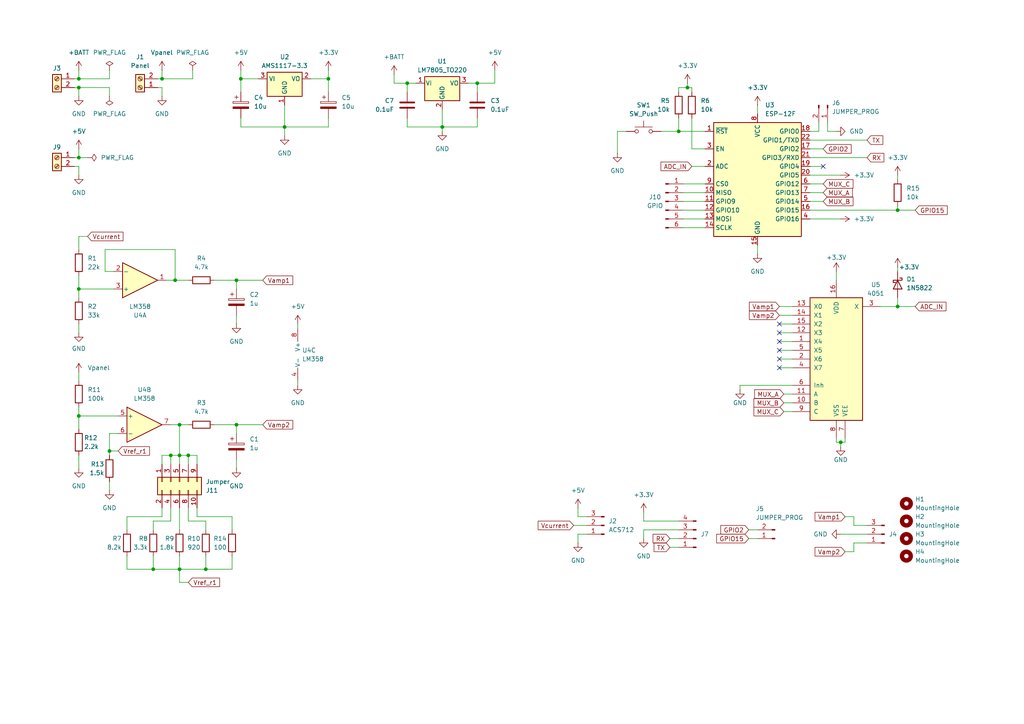
<source format=kicad_sch>
(kicad_sch (version 20250114) (generator "eeschema") (generator_version "9.0")
  (paper "A4")
  (lib_symbols
    (symbol "4xxx:4051" (pin_names (offset 1.016))
      (property "Reference" "U" (at -7.62 19.05 0))
      (property "Value" "4051" (at -7.62 -19.05 0))
      (symbol "4051_1_0"
        (pin passive line (at -12.7 15.24 0) (length 5.08) (name "X0") (number "13"))
        (pin passive line (at -12.7 12.7 0) (length 5.08) (name "X1") (number "14"))
        (pin passive line (at -12.7 10.16 0) (length 5.08) (name "X2") (number "15"))
        (pin passive line (at -12.7 7.62 0) (length 5.08) (name "X3") (number "12"))
        (pin passive line (at -12.7 5.08 0) (length 5.08) (name "X4") (number "1"))
        (pin passive line (at -12.7 2.54 0) (length 5.08) (name "X5") (number "5"))
        (pin passive line (at -12.7 0 0) (length 5.08) (name "X6") (number "2"))
        (pin passive line (at -12.7 -2.54 0) (length 5.08) (name "X7") (number "4"))
        (pin input line (at -12.7 -7.62 0) (length 5.08) (name "Inh") (number "6"))
        (pin input line (at -12.7 -10.16 0) (length 5.08) (name "A") (number "11"))
        (pin input line (at -12.7 -12.7 0) (length 5.08) (name "B") (number "10"))
        (pin input line (at -12.7 -15.24 0) (length 5.08) (name "C") (number "9"))
        (pin power_in line (at 0 22.86 270) (length 5.08) (name "VDD") (number "16"))
        (pin power_in line (at 0 -22.86 90) (length 5.08) (name "VSS") (number "8"))
        (pin power_in line (at 2.54 -22.86 90) (length 5.08) (name "VEE") (number "7"))
        (pin passive line (at 12.7 15.24 180) (length 5.08) (name "X") (number "3"))
      )
    )
    (symbol "Amplifier_Operational:LM358" (pin_names (offset 0.127))
      (property "Reference" "U" (at 0 5.08 0))
      (property "Value" "LM358" (at 0 -5.08 0))
      (symbol "LM358_1_1"
        (pin input line (at -7.62 2.54 0) (length 2.54) (name "+") (number "3"))
        (pin input line (at -7.62 -2.54 0) (length 2.54) (name "-") (number "2"))
        (pin output line (at 7.62 0 180) (length 2.54) (name "~") (number "1"))
      )
      (symbol "LM358_2_1"
        (pin input line (at -7.62 2.54 0) (length 2.54) (name "+") (number "5"))
        (pin input line (at -7.62 -2.54 0) (length 2.54) (name "-") (number "6"))
        (pin output line (at 7.62 0 180) (length 2.54) (name "~") (number "7"))
      )
      (symbol "LM358_3_1"
        (pin power_in line (at -2.54 7.62 270) (length 3.81) (name "V+") (number "8"))
        (pin power_in line (at -2.54 -7.62 90) (length 3.81) (name "V-") (number "4"))
      )
    )
    (symbol "Connector:Conn_01x02_Pin" (pin_names (offset 1.016) (hide yes))
      (property "Reference" "J" (at 0 2.54 0))
      (property "Value" "Conn_01x02_Pin" (at 0 -5.08 0))
      (symbol "Conn_01x02_Pin_1_1"
        (pin passive line (at 5.08 0 180) (length 3.81) (name "Pin_1") (number "1"))
        (pin passive line (at 5.08 -2.54 180) (length 3.81) (name "Pin_2") (number "2"))
      )
    )
    (symbol "Connector:Conn_01x03_Pin" (pin_names (offset 1.016) (hide yes))
      (property "Reference" "J" (at 0 5.08 0))
      (property "Value" "Conn_01x03_Pin" (at 0 -5.08 0))
      (symbol "Conn_01x03_Pin_1_1"
        (pin passive line (at 5.08 2.54 180) (length 3.81) (name "Pin_1") (number "1"))
        (pin passive line (at 5.08 0 180) (length 3.81) (name "Pin_2") (number "2"))
        (pin passive line (at 5.08 -2.54 180) (length 3.81) (name "Pin_3") (number "3"))
      )
    )
    (symbol "Connector:Conn_01x04_Pin" (pin_names (offset 1.016) (hide yes))
      (property "Reference" "J" (at 0 5.08 0))
      (property "Value" "Conn_01x04_Pin" (at 0 -7.62 0))
      (symbol "Conn_01x04_Pin_1_1"
        (pin passive line (at 5.08 2.54 180) (length 3.81) (name "Pin_1") (number "1"))
        (pin passive line (at 5.08 0 180) (length 3.81) (name "Pin_2") (number "2"))
        (pin passive line (at 5.08 -2.54 180) (length 3.81) (name "Pin_3") (number "3"))
        (pin passive line (at 5.08 -5.08 180) (length 3.81) (name "Pin_4") (number "4"))
      )
    )
    (symbol "Connector:Conn_01x06_Pin" (pin_names (offset 1.016) (hide yes))
      (property "Reference" "J" (at 0 7.62 0))
      (property "Value" "Conn_01x06_Pin" (at 0 -10.16 0))
      (symbol "Conn_01x06_Pin_1_1"
        (pin passive line (at 5.08 5.08 180) (length 3.81) (name "Pin_1") (number "1"))
        (pin passive line (at 5.08 2.54 180) (length 3.81) (name "Pin_2") (number "2"))
        (pin passive line (at 5.08 0 180) (length 3.81) (name "Pin_3") (number "3"))
        (pin passive line (at 5.08 -2.54 180) (length 3.81) (name "Pin_4") (number "4"))
        (pin passive line (at 5.08 -5.08 180) (length 3.81) (name "Pin_5") (number "5"))
        (pin passive line (at 5.08 -7.62 180) (length 3.81) (name "Pin_6") (number "6"))
      )
    )
    (symbol "Connector:Screw_Terminal_01x02" (pin_names (offset 1.016) (hide yes))
      (property "Reference" "J" (at 0 2.54 0))
      (property "Value" "Screw_Terminal_01x02" (at 0 -5.08 0))
      (symbol "Screw_Terminal_01x02_1_1"
        (pin passive line (at -5.08 0 0) (length 3.81) (name "Pin_1") (number "1"))
        (pin passive line (at -5.08 -2.54 0) (length 3.81) (name "Pin_2") (number "2"))
      )
    )
    (symbol "Connector_Generic:Conn_02x05_Odd_Even" (pin_names (offset 1.016) (hide yes))
      (property "Reference" "J" (at 1.27 7.62 0))
      (property "Value" "Conn_02x05_Odd_Even" (at 1.27 -7.62 0))
      (symbol "Conn_02x05_Odd_Even_1_1"
        (pin passive line (at -5.08 5.08 0) (length 3.81) (name "Pin_1") (number "1"))
        (pin passive line (at -5.08 2.54 0) (length 3.81) (name "Pin_3") (number "3"))
        (pin passive line (at -5.08 0 0) (length 3.81) (name "Pin_5") (number "5"))
        (pin passive line (at -5.08 -2.54 0) (length 3.81) (name "Pin_7") (number "7"))
        (pin passive line (at -5.08 -5.08 0) (length 3.81) (name "Pin_9") (number "9"))
        (pin passive line (at 7.62 5.08 180) (length 3.81) (name "Pin_2") (number "2"))
        (pin passive line (at 7.62 2.54 180) (length 3.81) (name "Pin_4") (number "4"))
        (pin passive line (at 7.62 0 180) (length 3.81) (name "Pin_6") (number "6"))
        (pin passive line (at 7.62 -2.54 180) (length 3.81) (name "Pin_8") (number "8"))
        (pin passive line (at 7.62 -5.08 180) (length 3.81) (name "Pin_10") (number "10"))
      )
    )
    (symbol "Device:C" (pin_numbers (hide yes)) (pin_names (offset 0.254))
      (property "Reference" "C" (at 0.635 2.54 0))
      (property "Value" "C" (at 0.635 -2.54 0))
      (symbol "C_1_1"
        (pin passive line (at 0 3.81 270) (length 2.794) (name "~") (number "1"))
        (pin passive line (at 0 -3.81 90) (length 2.794) (name "~") (number "2"))
      )
    )
    (symbol "Device:C_Polarized" (pin_numbers (hide yes)) (pin_names (offset 0.254))
      (property "Reference" "C" (at 0.635 2.54 0))
      (property "Value" "C_Polarized" (at 0.635 -2.54 0))
      (symbol "C_Polarized_1_1"
        (pin passive line (at 0 3.81 270) (length 2.794) (name "~") (number "1"))
        (pin passive line (at 0 -3.81 90) (length 2.794) (name "~") (number "2"))
      )
    )
    (symbol "Device:R" (pin_numbers (hide yes)) (pin_names (offset 0))
      (property "Reference" "R" (at 2.032 0 90))
      (property "Value" "R" (at 0 0 90))
      (symbol "R_1_1"
        (pin passive line (at 0 3.81 270) (length 1.27) (name "~") (number "1"))
        (pin passive line (at 0 -3.81 90) (length 1.27) (name "~") (number "2"))
      )
    )
    (symbol "Diode:1N5822" (pin_numbers (hide yes)) (pin_names (offset 1.016) (hide yes))
      (property "Reference" "D" (at 0 2.54 0))
      (property "Value" "1N5822" (at 0 -2.54 0))
      (symbol "1N5822_1_1"
        (pin passive line (at -3.81 0 0) (length 2.54) (name "K") (number "1"))
        (pin passive line (at 3.81 0 180) (length 2.54) (name "A") (number "2"))
      )
    )
    (symbol "Mechanical:MountingHole" (pin_names (offset 1.016)) (exclude_from_sim yes) (in_bom no)
      (property "Reference" "H" (at 0 5.08 0))
      (property "Value" "MountingHole" (at 0 3.175 0))
    )
    (symbol "RF_Module:ESP-12F"
      (property "Reference" "U" (at -12.7 19.05 0))
      (property "Value" "ESP-12F" (at 12.7 19.05 0))
      (symbol "ESP-12F_1_1"
        (pin input line (at -15.24 15.24 0) (length 2.54) (name "~{RST}") (number "1"))
        (pin input line (at -15.24 10.16 0) (length 2.54) (name "EN") (number "3"))
        (pin input line (at -15.24 5.08 0) (length 2.54) (name "ADC") (number "2"))
        (pin input line (at -15.24 0 0) (length 2.54) (name "CS0") (number "9"))
        (pin bidirectional line (at -15.24 -2.54 0) (length 2.54) (name "MISO") (number "10"))
        (pin bidirectional line (at -15.24 -5.08 0) (length 2.54) (name "GPIO9") (number "11"))
        (pin bidirectional line (at -15.24 -7.62 0) (length 2.54) (name "GPIO10") (number "12"))
        (pin bidirectional line (at -15.24 -10.16 0) (length 2.54) (name "MOSI") (number "13"))
        (pin bidirectional line (at -15.24 -12.7 0) (length 2.54) (name "SCLK") (number "14"))
        (pin power_in line (at 0 20.32 270) (length 2.54) (name "VCC") (number "8"))
        (pin power_in line (at 0 -17.78 90) (length 2.54) (name "GND") (number "15"))
        (pin bidirectional line (at 15.24 15.24 180) (length 2.54) (name "GPIO0") (number "18"))
        (pin bidirectional line (at 15.24 12.7 180) (length 2.54) (name "GPIO1/TXD") (number "22"))
        (pin bidirectional line (at 15.24 10.16 180) (length 2.54) (name "GPIO2") (number "17"))
        (pin bidirectional line (at 15.24 7.62 180) (length 2.54) (name "GPIO3/RXD") (number "21"))
        (pin bidirectional line (at 15.24 5.08 180) (length 2.54) (name "GPIO4") (number "19"))
        (pin bidirectional line (at 15.24 2.54 180) (length 2.54) (name "GPIO5") (number "20"))
        (pin bidirectional line (at 15.24 0 180) (length 2.54) (name "GPIO12") (number "6"))
        (pin bidirectional line (at 15.24 -2.54 180) (length 2.54) (name "GPIO13") (number "7"))
        (pin bidirectional line (at 15.24 -5.08 180) (length 2.54) (name "GPIO14") (number "5"))
        (pin bidirectional line (at 15.24 -7.62 180) (length 2.54) (name "GPIO15") (number "16"))
        (pin bidirectional line (at 15.24 -10.16 180) (length 2.54) (name "GPIO16") (number "4"))
      )
    )
    (symbol "Regulator_Linear:AMS1117-3.3"
      (property "Reference" "U" (at -3.81 3.175 0))
      (property "Value" "AMS1117-3.3" (at 0 3.175 0))
      (symbol "AMS1117-3.3_1_1"
        (pin power_in line (at -7.62 0 0) (length 2.54) (name "VI") (number "3"))
        (pin power_in line (at 0 -7.62 90) (length 2.54) (name "GND") (number "1"))
        (pin power_out line (at 7.62 0 180) (length 2.54) (name "VO") (number "2"))
      )
    )
    (symbol "Regulator_Linear:LM7805_TO220" (pin_names (offset 0.254))
      (property "Reference" "U" (at -3.81 3.175 0))
      (property "Value" "LM7805_TO220" (at 0 3.175 0))
      (symbol "LM7805_TO220_1_1"
        (pin power_in line (at -7.62 0 0) (length 2.54) (name "VI") (number "1"))
        (pin power_in line (at 0 -7.62 90) (length 2.54) (name "GND") (number "2"))
        (pin power_out line (at 7.62 0 180) (length 2.54) (name "VO") (number "3"))
      )
    )
    (symbol "Switch:SW_Push" (pin_numbers (hide yes)) (pin_names (offset 1.016) (hide yes))
      (property "Reference" "SW" (at 1.27 2.54 0))
      (property "Value" "SW_Push" (at 0 -1.524 0))
      (symbol "SW_Push_0_1"
        (pin passive line (at -5.08 0 0) (length 2.54) (name "1") (number "1"))
        (pin passive line (at 5.08 0 180) (length 2.54) (name "2") (number "2"))
      )
    )
    (symbol "power:+3.3V" (power) (pin_numbers (hide yes)) (pin_names (offset 0) (hide yes))
      (property "Value" "+3.3V" (at 0 3.556 0))
      (symbol "+3.3V_1_1"
        (pin power_in line (at 0 0 90) (length 0) (name "~") (number "1"))
      )
    )
    (symbol "power:+48V" (power) (pin_numbers (hide yes)) (pin_names (offset 0) (hide yes))
      (property "Value" "+48V" (at 0 3.556 0))
      (symbol "+48V_1_1"
        (pin power_in line (at 0 0 90) (length 0) (name "~") (number "1"))
      )
    )
    (symbol "power:+5V" (power) (pin_numbers (hide yes)) (pin_names (offset 0) (hide yes))
      (property "Value" "+5V" (at 0 3.556 0))
      (symbol "+5V_1_1"
        (pin power_in line (at 0 0 90) (length 0) (name "~") (number "1"))
      )
    )
    (symbol "power:+BATT" (power) (pin_numbers (hide yes)) (pin_names (offset 0) (hide yes))
      (property "Value" "+BATT" (at 0 3.556 0))
      (symbol "+BATT_1_1"
        (pin power_in line (at 0 0 90) (length 0) (name "~") (number "1"))
      )
    )
    (symbol "power:GND" (power) (pin_numbers (hide yes)) (pin_names (offset 0) (hide yes))
      (property "Value" "GND" (at 0 -3.81 0))
      (symbol "GND_1_1"
        (pin power_in line (at 0 0 270) (length 0) (name "~") (number "1"))
      )
    )
    (symbol "power:PWR_FLAG" (power) (pin_numbers (hide yes)) (pin_names (offset 0) (hide yes))
      (property "Value" "PWR_FLAG" (at 0 3.81 0))
      (symbol "PWR_FLAG_0_0"
        (pin power_out line (at 0 0 90) (length 0) (name "~") (number "1"))
      )
    )
  )
  (junction (at 52.07 132.08))
  (junction (at 68.58 123.19))
  (junction (at 196.85 38.1))
  (junction (at 260.35 60.96))
  (junction (at 22.86 25.4))
  (junction (at 22.86 45.72))
  (junction (at 95.25 22.86))
  (junction (at 46.99 22.86))
  (junction (at 118.11 24.13))
  (junction (at 22.86 22.86))
  (junction (at 22.86 120.65))
  (junction (at 22.86 83.82))
  (junction (at 128.27 36.83))
  (junction (at 52.07 165.1))
  (junction (at 59.69 165.1))
  (junction (at 44.45 165.1))
  (junction (at 68.58 81.28))
  (junction (at 82.55 36.83))
  (junction (at 31.75 130.81))
  (junction (at 54.61 132.08))
  (junction (at 50.8 81.28))
  (junction (at 243.84 128.27))
  (junction (at 69.85 22.86))
  (junction (at 52.07 123.19))
  (junction (at 138.43 24.13))
  (junction (at 260.35 88.9))
  (junction (at 199.39 25.4))
  (junction (at 49.53 132.08))
  (no_connect (at 226.06 106.68))
  (no_connect (at 226.06 104.14))
  (no_connect (at 226.06 99.06))
  (no_connect (at 226.06 101.6))
  (no_connect (at 226.06 93.98))
  (no_connect (at 238.76 48.26))
  (no_connect (at 226.06 96.52))
  (wire (pts (xy 245.11 160.02) (xy 247.65 160.02)))
  (wire (pts (xy 76.2 123.19) (xy 68.58 123.19)))
  (wire (pts (xy 54.61 132.08) (xy 52.07 132.08)))
  (wire (pts (xy 54.61 151.13) (xy 59.69 151.13)))
  (wire (pts (xy 198.12 53.34) (xy 204.47 53.34)))
  (wire (pts (xy 199.39 25.4) (xy 199.39 24.13)))
  (wire (pts (xy 22.86 110.49) (xy 22.86 107.95)))
  (wire (pts (xy 52.07 123.19) (xy 54.61 123.19)))
  (wire (pts (xy 45.72 25.4) (xy 46.99 25.4)))
  (wire (pts (xy 22.86 22.86) (xy 22.86 20.32)))
  (wire (pts (xy 33.02 78.74) (xy 30.48 78.74)))
  (wire (pts (xy 120.65 24.13) (xy 118.11 24.13)))
  (wire (pts (xy 234.95 40.64) (xy 251.46 40.64)))
  (wire (pts (xy 260.35 50.8) (xy 260.35 52.07)))
  (wire (pts (xy 49.53 134.62) (xy 49.53 132.08)))
  (wire (pts (xy 118.11 36.83) (xy 128.27 36.83)))
  (wire (pts (xy 255.27 88.9) (xy 260.35 88.9)))
  (wire (pts (xy 22.86 25.4) (xy 22.86 27.94)))
  (wire (pts (xy 247.65 160.02) (xy 247.65 157.48)))
  (wire (pts (xy 31.75 125.73) (xy 34.29 125.73)))
  (wire (pts (xy 49.53 132.08) (xy 52.07 132.08)))
  (wire (pts (xy 67.31 161.29) (xy 67.31 165.1)))
  (wire (pts (xy 62.23 123.19) (xy 68.58 123.19)))
  (wire (pts (xy 31.75 125.73) (xy 31.75 130.81)))
  (wire (pts (xy 214.63 113.03) (xy 214.63 111.76)))
  (wire (pts (xy 57.15 132.08) (xy 54.61 132.08)))
  (wire (pts (xy 114.3 24.13) (xy 118.11 24.13)))
  (wire (pts (xy 234.95 55.88) (xy 238.76 55.88)))
  (wire (pts (xy 68.58 81.28) (xy 68.58 83.82)))
  (wire (pts (xy 226.06 106.68) (xy 229.87 106.68)))
  (wire (pts (xy 22.86 83.82) (xy 22.86 86.36)))
  (wire (pts (xy 25.4 68.58) (xy 22.86 68.58)))
  (wire (pts (xy 260.35 88.9) (xy 265.43 88.9)))
  (wire (pts (xy 214.63 111.76) (xy 229.87 111.76)))
  (wire (pts (xy 194.31 156.21) (xy 196.85 156.21)))
  (wire (pts (xy 128.27 36.83) (xy 128.27 38.1)))
  (wire (pts (xy 46.99 132.08) (xy 49.53 132.08)))
  (wire (pts (xy 128.27 31.75) (xy 128.27 36.83)))
  (wire (pts (xy 22.86 132.08) (xy 22.86 135.89)))
  (wire (pts (xy 245.11 149.86) (xy 247.65 149.86)))
  (wire (pts (xy 198.12 60.96) (xy 204.47 60.96)))
  (wire (pts (xy 226.06 93.98) (xy 229.87 93.98)))
  (wire (pts (xy 170.18 154.94) (xy 167.64 154.94)))
  (wire (pts (xy 69.85 22.86) (xy 69.85 26.67)))
  (wire (pts (xy 167.64 147.32) (xy 167.64 149.86)))
  (wire (pts (xy 200.66 43.18) (xy 204.47 43.18)))
  (wire (pts (xy 138.43 34.29) (xy 138.43 36.83)))
  (wire (pts (xy 54.61 134.62) (xy 54.61 132.08)))
  (wire (pts (xy 227.33 114.3) (xy 229.87 114.3)))
  (wire (pts (xy 243.84 154.94) (xy 251.46 154.94)))
  (wire (pts (xy 95.25 34.29) (xy 95.25 36.83)))
  (wire (pts (xy 247.65 157.48) (xy 251.46 157.48)))
  (wire (pts (xy 82.55 36.83) (xy 82.55 39.37)))
  (wire (pts (xy 57.15 147.32) (xy 57.15 149.86)))
  (wire (pts (xy 31.75 132.08) (xy 31.75 130.81)))
  (wire (pts (xy 69.85 22.86) (xy 74.93 22.86)))
  (wire (pts (xy 186.69 151.13) (xy 186.69 148.59)))
  (wire (pts (xy 31.75 27.94) (xy 31.75 25.4)))
  (wire (pts (xy 46.99 22.86) (xy 55.88 22.86)))
  (wire (pts (xy 21.59 45.72) (xy 22.86 45.72)))
  (wire (pts (xy 243.84 63.5) (xy 234.95 63.5)))
  (wire (pts (xy 62.23 81.28) (xy 68.58 81.28)))
  (wire (pts (xy 226.06 101.6) (xy 229.87 101.6)))
  (wire (pts (xy 240.03 35.56) (xy 240.03 38.1)))
  (wire (pts (xy 243.84 128.27) (xy 243.84 129.54)))
  (wire (pts (xy 135.89 24.13) (xy 138.43 24.13)))
  (wire (pts (xy 260.35 86.36) (xy 260.35 88.9)))
  (wire (pts (xy 234.95 53.34) (xy 238.76 53.34)))
  (wire (pts (xy 260.35 77.47) (xy 260.35 78.74)))
  (wire (pts (xy 226.06 99.06) (xy 229.87 99.06)))
  (wire (pts (xy 186.69 153.67) (xy 196.85 153.67)))
  (wire (pts (xy 138.43 24.13) (xy 138.43 26.67)))
  (wire (pts (xy 59.69 151.13) (xy 59.69 153.67)))
  (wire (pts (xy 143.51 20.32) (xy 143.51 24.13)))
  (wire (pts (xy 49.53 123.19) (xy 52.07 123.19)))
  (wire (pts (xy 68.58 123.19) (xy 68.58 125.73)))
  (wire (pts (xy 68.58 81.28) (xy 76.2 81.28)))
  (wire (pts (xy 234.95 50.8) (xy 243.84 50.8)))
  (wire (pts (xy 67.31 165.1) (xy 59.69 165.1)))
  (wire (pts (xy 52.07 165.1) (xy 59.69 165.1)))
  (wire (pts (xy 48.26 81.28) (xy 50.8 81.28)))
  (wire (pts (xy 36.83 161.29) (xy 36.83 165.1)))
  (wire (pts (xy 52.07 132.08) (xy 52.07 134.62)))
  (wire (pts (xy 55.88 20.32) (xy 55.88 22.86)))
  (wire (pts (xy 57.15 149.86) (xy 67.31 149.86)))
  (wire (pts (xy 36.83 153.67) (xy 36.83 149.86)))
  (wire (pts (xy 22.86 45.72) (xy 22.86 43.18)))
  (wire (pts (xy 166.37 152.4) (xy 170.18 152.4)))
  (wire (pts (xy 226.06 88.9) (xy 229.87 88.9)))
  (wire (pts (xy 22.86 48.26) (xy 22.86 50.8)))
  (wire (pts (xy 219.71 71.12) (xy 219.71 73.66)))
  (wire (pts (xy 226.06 91.44) (xy 229.87 91.44)))
  (wire (pts (xy 217.17 153.67) (xy 219.71 153.67)))
  (wire (pts (xy 260.35 60.96) (xy 234.95 60.96)))
  (wire (pts (xy 196.85 25.4) (xy 199.39 25.4)))
  (wire (pts (xy 54.61 147.32) (xy 54.61 151.13)))
  (wire (pts (xy 44.45 161.29) (xy 44.45 165.1)))
  (wire (pts (xy 52.07 168.91) (xy 54.61 168.91)))
  (wire (pts (xy 95.25 36.83) (xy 82.55 36.83)))
  (wire (pts (xy 52.07 165.1) (xy 52.07 161.29)))
  (wire (pts (xy 22.86 120.65) (xy 34.29 120.65)))
  (wire (pts (xy 198.12 55.88) (xy 204.47 55.88)))
  (wire (pts (xy 95.25 20.32) (xy 95.25 22.86)))
  (wire (pts (xy 22.86 118.11) (xy 22.86 120.65)))
  (wire (pts (xy 82.55 36.83) (xy 69.85 36.83)))
  (wire (pts (xy 86.36 110.49) (xy 86.36 111.76)))
  (wire (pts (xy 260.35 59.69) (xy 260.35 60.96)))
  (wire (pts (xy 196.85 151.13) (xy 186.69 151.13)))
  (wire (pts (xy 68.58 91.44) (xy 68.58 93.98)))
  (wire (pts (xy 234.95 45.72) (xy 251.46 45.72)))
  (wire (pts (xy 44.45 151.13) (xy 49.53 151.13)))
  (wire (pts (xy 196.85 38.1) (xy 204.47 38.1)))
  (wire (pts (xy 196.85 25.4) (xy 196.85 26.67)))
  (wire (pts (xy 200.66 26.67) (xy 200.66 25.4)))
  (wire (pts (xy 22.86 83.82) (xy 33.02 83.82)))
  (wire (pts (xy 167.64 154.94) (xy 167.64 157.48)))
  (wire (pts (xy 21.59 22.86) (xy 22.86 22.86)))
  (wire (pts (xy 143.51 24.13) (xy 138.43 24.13)))
  (wire (pts (xy 247.65 152.4) (xy 251.46 152.4)))
  (wire (pts (xy 52.07 147.32) (xy 52.07 153.67)))
  (wire (pts (xy 179.07 38.1) (xy 179.07 44.45)))
  (wire (pts (xy 36.83 149.86) (xy 46.99 149.86)))
  (wire (pts (xy 200.66 25.4) (xy 199.39 25.4)))
  (wire (pts (xy 237.49 35.56) (xy 237.49 38.1)))
  (wire (pts (xy 114.3 21.59) (xy 114.3 24.13)))
  (wire (pts (xy 46.99 22.86) (xy 46.99 20.32)))
  (wire (pts (xy 181.61 38.1) (xy 179.07 38.1)))
  (wire (pts (xy 22.86 120.65) (xy 22.86 124.46)))
  (wire (pts (xy 86.36 93.98) (xy 86.36 95.25)))
  (wire (pts (xy 198.12 58.42) (xy 204.47 58.42)))
  (wire (pts (xy 44.45 165.1) (xy 52.07 165.1)))
  (wire (pts (xy 138.43 36.83) (xy 128.27 36.83)))
  (wire (pts (xy 186.69 156.21) (xy 186.69 153.67)))
  (wire (pts (xy 226.06 96.52) (xy 229.87 96.52)))
  (wire (pts (xy 243.84 128.27) (xy 242.57 128.27)))
  (wire (pts (xy 95.25 22.86) (xy 95.25 26.67)))
  (wire (pts (xy 237.49 38.1) (xy 234.95 38.1)))
  (wire (pts (xy 118.11 24.13) (xy 118.11 26.67)))
  (wire (pts (xy 36.83 165.1) (xy 44.45 165.1)))
  (wire (pts (xy 49.53 147.32) (xy 49.53 151.13)))
  (wire (pts (xy 52.07 165.1) (xy 52.07 168.91)))
  (wire (pts (xy 227.33 119.38) (xy 229.87 119.38)))
  (wire (pts (xy 22.86 93.98) (xy 22.86 96.52)))
  (wire (pts (xy 67.31 149.86) (xy 67.31 153.67)))
  (wire (pts (xy 194.31 158.75) (xy 196.85 158.75)))
  (wire (pts (xy 44.45 153.67) (xy 44.45 151.13)))
  (wire (pts (xy 22.86 22.86) (xy 31.75 22.86)))
  (wire (pts (xy 46.99 149.86) (xy 46.99 147.32)))
  (wire (pts (xy 50.8 72.39) (xy 50.8 81.28)))
  (wire (pts (xy 31.75 130.81) (xy 34.29 130.81)))
  (wire (pts (xy 52.07 123.19) (xy 52.07 132.08)))
  (wire (pts (xy 226.06 104.14) (xy 229.87 104.14)))
  (wire (pts (xy 69.85 36.83) (xy 69.85 34.29)))
  (wire (pts (xy 200.66 34.29) (xy 200.66 43.18)))
  (wire (pts (xy 242.57 78.74) (xy 242.57 81.28)))
  (wire (pts (xy 167.64 149.86) (xy 170.18 149.86)))
  (wire (pts (xy 50.8 81.28) (xy 54.61 81.28)))
  (wire (pts (xy 245.11 128.27) (xy 243.84 128.27)))
  (wire (pts (xy 30.48 72.39) (xy 50.8 72.39)))
  (wire (pts (xy 245.11 127) (xy 245.11 128.27)))
  (wire (pts (xy 200.66 48.26) (xy 204.47 48.26)))
  (wire (pts (xy 21.59 48.26) (xy 22.86 48.26)))
  (wire (pts (xy 31.75 20.32) (xy 31.75 22.86)))
  (wire (pts (xy 196.85 34.29) (xy 196.85 38.1)))
  (wire (pts (xy 22.86 80.01) (xy 22.86 83.82)))
  (wire (pts (xy 227.33 116.84) (xy 229.87 116.84)))
  (wire (pts (xy 57.15 134.62) (xy 57.15 132.08)))
  (wire (pts (xy 234.95 48.26) (xy 238.76 48.26)))
  (wire (pts (xy 22.86 25.4) (xy 31.75 25.4)))
  (wire (pts (xy 46.99 134.62) (xy 46.99 132.08)))
  (wire (pts (xy 240.03 38.1) (xy 242.57 38.1)))
  (wire (pts (xy 45.72 22.86) (xy 46.99 22.86)))
  (wire (pts (xy 69.85 20.32) (xy 69.85 22.86)))
  (wire (pts (xy 59.69 165.1) (xy 59.69 161.29)))
  (wire (pts (xy 21.59 25.4) (xy 22.86 25.4)))
  (wire (pts (xy 68.58 133.35) (xy 68.58 135.89)))
  (wire (pts (xy 234.95 58.42) (xy 238.76 58.42)))
  (wire (pts (xy 234.95 43.18) (xy 238.76 43.18)))
  (wire (pts (xy 118.11 34.29) (xy 118.11 36.83)))
  (wire (pts (xy 242.57 127) (xy 242.57 128.27)))
  (wire (pts (xy 82.55 30.48) (xy 82.55 36.83)))
  (wire (pts (xy 198.12 63.5) (xy 204.47 63.5)))
  (wire (pts (xy 219.71 30.48) (xy 219.71 33.02)))
  (wire (pts (xy 191.77 38.1) (xy 196.85 38.1)))
  (wire (pts (xy 260.35 60.96) (xy 265.43 60.96)))
  (wire (pts (xy 22.86 45.72) (xy 25.4 45.72)))
  (wire (pts (xy 198.12 66.04) (xy 204.47 66.04)))
  (wire (pts (xy 46.99 25.4) (xy 46.99 27.94)))
  (wire (pts (xy 30.48 78.74) (xy 30.48 72.39)))
  (wire (pts (xy 22.86 68.58) (xy 22.86 72.39)))
  (wire (pts (xy 31.75 139.7) (xy 31.75 142.24)))
  (wire (pts (xy 95.25 22.86) (xy 90.17 22.86)))
  (wire (pts (xy 247.65 149.86) (xy 247.65 152.4)))
  (wire (pts (xy 217.17 156.21) (xy 219.71 156.21)))
  (global_label "Vref_r1" (shape input) (at 54.61 168.91 0) (property "Intersheetrefs" "${INTERSHEET_REFS}" (effects (hide yes))))
  (global_label "Vamp1" (shape input) (at 76.2 81.28 0) (property "Intersheetrefs" "${INTERSHEET_REFS}" (effects (hide yes))))
  (global_label "GPIO2" (shape input) (at 238.76 43.18 0) (property "Intersheetrefs" "${INTERSHEET_REFS}" (effects (hide yes))))
  (global_label "MUX_C" (shape input) (at 238.76 53.34 0) (property "Intersheetrefs" "${INTERSHEET_REFS}" (effects (hide yes))))
  (global_label "RX" (shape input) (at 251.46 45.72 0) (property "Intersheetrefs" "${INTERSHEET_REFS}" (effects (hide yes))))
  (global_label "TX" (shape input) (at 194.31 158.75 180) (property "Intersheetrefs" "${INTERSHEET_REFS}" (effects (hide yes))))
  (global_label "TX" (shape input) (at 251.46 40.64 0) (property "Intersheetrefs" "${INTERSHEET_REFS}" (effects (hide yes))))
  (global_label "GPIO15" (shape input) (at 265.43 60.96 0) (property "Intersheetrefs" "${INTERSHEET_REFS}" (effects (hide yes))))
  (global_label "Vamp2" (shape input) (at 226.06 91.44 180) (property "Intersheetrefs" "${INTERSHEET_REFS}" (effects (hide yes))))
  (global_label "ADC_IN" (shape input) (at 200.66 48.26 180) (property "Intersheetrefs" "${INTERSHEET_REFS}" (effects (hide yes))))
  (global_label "Vamp1" (shape input) (at 226.06 88.9 180) (property "Intersheetrefs" "${INTERSHEET_REFS}" (effects (hide yes))))
  (global_label "Vcurrent" (shape input) (at 25.4 68.58 0) (property "Intersheetrefs" "${INTERSHEET_REFS}" (effects (hide yes))))
  (global_label "MUX_B" (shape input) (at 227.33 116.84 180) (property "Intersheetrefs" "${INTERSHEET_REFS}" (effects (hide yes))))
  (global_label "Vcurrent" (shape input) (at 166.37 152.4 180) (property "Intersheetrefs" "${INTERSHEET_REFS}" (effects (hide yes))))
  (global_label "MUX_B" (shape input) (at 238.76 58.42 0) (property "Intersheetrefs" "${INTERSHEET_REFS}" (effects (hide yes))))
  (global_label "ADC_IN" (shape input) (at 265.43 88.9 0) (property "Intersheetrefs" "${INTERSHEET_REFS}" (effects (hide yes))))
  (global_label "MUX_A" (shape input) (at 227.33 114.3 180) (property "Intersheetrefs" "${INTERSHEET_REFS}" (effects (hide yes))))
  (global_label "Vamp1" (shape input) (at 245.11 149.86 180) (property "Intersheetrefs" "${INTERSHEET_REFS}" (effects (hide yes))))
  (global_label "Vref_r1" (shape input) (at 34.29 130.81 0) (property "Intersheetrefs" "${INTERSHEET_REFS}" (effects (hide yes))))
  (global_label "GPIO15" (shape input) (at 217.17 156.21 180) (property "Intersheetrefs" "${INTERSHEET_REFS}" (effects (hide yes))))
  (global_label "Vamp2" (shape input) (at 245.11 160.02 180) (property "Intersheetrefs" "${INTERSHEET_REFS}" (effects (hide yes))))
  (global_label "RX" (shape input) (at 194.31 156.21 180) (property "Intersheetrefs" "${INTERSHEET_REFS}" (effects (hide yes))))
  (global_label "GPIO2" (shape input) (at 217.17 153.67 180) (property "Intersheetrefs" "${INTERSHEET_REFS}" (effects (hide yes))))
  (global_label "MUX_A" (shape input) (at 238.76 55.88 0) (property "Intersheetrefs" "${INTERSHEET_REFS}" (effects (hide yes))))
  (global_label "Vamp2" (shape input) (at 76.2 123.19 0) (property "Intersheetrefs" "${INTERSHEET_REFS}" (effects (hide yes))))
  (global_label "MUX_C" (shape input) (at 227.33 119.38 180) (property "Intersheetrefs" "${INTERSHEET_REFS}" (effects (hide yes))))
  (symbol (lib_id "Amplifier_Operational:LM358") (at 88.9 102.87 0) (unit 3)
    (property "Reference" "U4" (at 87.63 101.5999 0) (effects (justify left)))
    (property "Value" "LM358" (at 87.63 104.1399 0) (effects (justify left)))
    (property "Footprint" "Package_DIP:DIP-8_W10.16mm_LongPads" (effects (hide yes)))
    (property "Datasheet" "http://www.ti.com/lit/ds/symlink/lm2904-n.pdf" (effects (hide yes)))
    (property "Description" "Low-Power, Dual Operational Amplifiers, DIP-8/SOIC-8/TO-99-8" (effects (hide yes)))
  )
  (symbol (lib_id "Mechanical:MountingHole") (at 262.89 151.13 0) (unit 1) (exclude_from_sim yes) (in_bom no)
    (property "Reference" "H2" (at 265.43 149.8599 0) (effects (justify left)))
    (property "Value" "MountingHole" (at 265.43 152.3999 0) (effects (justify left)))
    (property "Footprint" "MountingHole:MountingHole_3.2mm_M3" (effects (hide yes)))
    (property "Description" "Mounting Hole without connection" (effects (hide yes)))
  )
  (symbol (lib_id "power:GND") (at 82.55 39.37 0) (unit 1)
    (property "Reference" "#PWR08" (effects (hide yes)))
    (property "Value" "GND" (at 82.55 44.45 0))
    (property "Description" "Power symbol creates a global label with name \"GND\" , ground" (effects (hide yes)))
  )
  (symbol (lib_id "power:GND") (at 22.86 96.52 0) (unit 1)
    (property "Reference" "#PWR023" (effects (hide yes)))
    (property "Value" "GND" (at 22.86 101.092 0))
    (property "Description" "Power symbol creates a global label with name \"GND\" , ground" (effects (hide yes)))
  )
  (symbol (lib_id "power:GND") (at 243.84 129.54 0) (unit 1)
    (property "Reference" "#PWR029" (effects (hide yes)))
    (property "Value" "GND" (at 243.84 133.35 0))
    (property "Description" "Power symbol creates a global label with name \"GND\" , ground" (effects (hide yes)))
  )
  (symbol (lib_id "power:+3.3V") (at 243.84 50.8 270) (unit 1)
    (property "Reference" "#PWR04" (effects (hide yes)))
    (property "Value" "+3.3V" (at 247.65 50.7999 90) (effects (justify left)))
    (property "Description" "Power symbol creates a global label with name \"+3.3V\"" (effects (hide yes)))
  )
  (symbol (lib_id "Device:R") (at 22.86 128.27 180) (unit 1)
    (property "Reference" "R12" (at 24.384 127 0) (effects (justify right)))
    (property "Value" "2.2k" (at 24.384 129.54 0) (effects (justify right)))
    (property "Footprint" "Resistor_THT:R_Axial_DIN0207_L6.3mm_D2.5mm_P10.16mm_Horizontal" (effects (hide yes)))
    (property "Description" "Resistor" (effects (hide yes)))
  )
  (symbol (lib_id "power:PWR_FLAG") (at 31.75 27.94 180) (unit 1)
    (property "Reference" "#FLG02" (effects (hide yes)))
    (property "Value" "PWR_FLAG" (at 31.75 33.02 0))
    (property "Description" "Special symbol for telling ERC where power comes from" (effects (hide yes)))
  )
  (symbol (lib_id "power:+5V") (at 143.51 20.32 0) (unit 1)
    (property "Reference" "#PWR027" (effects (hide yes)))
    (property "Value" "+5V" (at 143.51 15.24 0))
    (property "Description" "Power symbol creates a global label with name \"+5V\"" (effects (hide yes)))
  )
  (symbol (lib_id "power:GND") (at 22.86 27.94 0) (unit 1)
    (property "Reference" "#PWR016" (effects (hide yes)))
    (property "Value" "GND" (at 22.86 33.02 0))
    (property "Description" "Power symbol creates a global label with name \"GND\" , ground" (effects (hide yes)))
  )
  (symbol (lib_id "power:GND") (at 219.71 73.66 0) (unit 1)
    (property "Reference" "#PWR020" (effects (hide yes)))
    (property "Value" "GND" (at 219.71 78.74 0))
    (property "Description" "Power symbol creates a global label with name \"GND\" , ground" (effects (hide yes)))
  )
  (symbol (lib_id "Mechanical:MountingHole") (at 262.89 161.29 0) (unit 1) (exclude_from_sim yes) (in_bom no)
    (property "Reference" "H4" (at 265.43 160.0199 0) (effects (justify left)))
    (property "Value" "MountingHole" (at 265.43 162.5599 0) (effects (justify left)))
    (property "Footprint" "MountingHole:MountingHole_3.2mm_M3" (effects (hide yes)))
    (property "Description" "Mounting Hole without connection" (effects (hide yes)))
  )
  (symbol (lib_id "power:GND") (at 179.07 44.45 0) (unit 1)
    (property "Reference" "#PWR024" (effects (hide yes)))
    (property "Value" "GND" (at 179.07 49.53 0))
    (property "Description" "Power symbol creates a global label with name \"GND\" , ground" (effects (hide yes)))
  )
  (symbol (lib_id "power:+3.3V") (at 260.35 50.8 0) (unit 1)
    (property "Reference" "#PWR034" (effects (hide yes)))
    (property "Value" "+3.3V" (at 260.35 45.72 0))
    (property "Description" "Power symbol creates a global label with name \"+3.3V\"" (effects (hide yes)))
  )
  (symbol (lib_id "power:GND") (at 186.69 156.21 0) (unit 1)
    (property "Reference" "#PWR033" (effects (hide yes)))
    (property "Value" "GND" (at 186.69 161.29 0))
    (property "Description" "Power symbol creates a global label with name \"GND\" , ground" (effects (hide yes)))
  )
  (symbol (lib_id "Device:R") (at 31.75 135.89 0) (mirror x) (unit 1)
    (property "Reference" "R13" (at 30.226 134.62 0) (effects (justify right)))
    (property "Value" "1.5k" (at 30.226 137.16 0) (effects (justify right)))
    (property "Footprint" "Resistor_THT:R_Axial_DIN0207_L6.3mm_D2.5mm_P10.16mm_Horizontal" (effects (hide yes)))
    (property "Description" "Resistor" (effects (hide yes)))
  )
  (symbol (lib_id "Device:C_Polarized") (at 95.25 30.48 0) (unit 1)
    (property "Reference" "C5" (at 99.06 28.3209 0) (effects (justify left)))
    (property "Value" "10u" (at 99.06 30.8609 0) (effects (justify left)))
    (property "Footprint" "Capacitor_THT:CP_Radial_D5.0mm_P2.50mm" (effects (hide yes)))
    (property "Description" "Polarized capacitor" (effects (hide yes)))
  )
  (symbol (lib_id "Mechanical:MountingHole") (at 262.89 146.05 0) (unit 1) (exclude_from_sim yes) (in_bom no)
    (property "Reference" "H1" (at 265.43 144.7799 0) (effects (justify left)))
    (property "Value" "MountingHole" (at 265.43 147.3199 0) (effects (justify left)))
    (property "Footprint" "MountingHole:MountingHole_3.2mm_M3" (effects (hide yes)))
    (property "Description" "Mounting Hole without connection" (effects (hide yes)))
  )
  (symbol (lib_id "Device:R") (at 58.42 123.19 90) (unit 1)
    (property "Reference" "R3" (at 58.42 116.84 90))
    (property "Value" "4.7k" (at 58.42 119.38 90))
    (property "Footprint" "Resistor_THT:R_Axial_DIN0207_L6.3mm_D2.5mm_P10.16mm_Horizontal" (effects (hide yes)))
    (property "Description" "Resistor" (effects (hide yes)))
  )
  (symbol (lib_id "Amplifier_Operational:LM358") (at 41.91 123.19 0) (unit 2)
    (property "Reference" "U4" (at 41.91 113.03 0))
    (property "Value" "LM358" (at 41.91 115.57 0))
    (property "Footprint" "Package_DIP:DIP-8_W10.16mm_LongPads" (effects (hide yes)))
    (property "Datasheet" "http://www.ti.com/lit/ds/symlink/lm2904-n.pdf" (effects (hide yes)))
    (property "Description" "Low-Power, Dual Operational Amplifiers, DIP-8/SOIC-8/TO-99-8" (effects (hide yes)))
  )
  (symbol (lib_id "power:+3.3V") (at 260.35 77.47 0) (unit 1)
    (property "Reference" "#PWR03" (effects (hide yes)))
    (property "Value" "+3.3V" (at 263.652 77.47 0))
    (property "Description" "Power symbol creates a global label with name \"+3.3V\"" (effects (hide yes)))
  )
  (symbol (lib_id "power:GND") (at 22.86 50.8 0) (unit 1)
    (property "Reference" "#PWR036" (effects (hide yes)))
    (property "Value" "GND" (at 22.86 55.88 0))
    (property "Description" "Power symbol creates a global label with name \"GND\" , ground" (effects (hide yes)))
  )
  (symbol (lib_id "power:+5V") (at 167.64 147.32 0) (unit 1)
    (property "Reference" "#PWR010" (effects (hide yes)))
    (property "Value" "+5V" (at 167.64 142.24 0))
    (property "Description" "Power symbol creates a global label with name \"+5V\"" (effects (hide yes)))
  )
  (symbol (lib_id "Connector:Conn_01x06_Pin") (at 193.04 58.42 0) (unit 1)
    (property "Reference" "J10" (at 189.992 57.15 0))
    (property "Value" "GPIO" (at 189.992 59.69 0))
    (property "Footprint" "Connector_PinHeader_2.54mm:PinHeader_1x06_P2.54mm_Vertical" (effects (hide yes)))
    (property "Description" "Generic connector, single row, 01x06, script generated" (effects (hide yes)))
  )
  (symbol (lib_id "power:PWR_FLAG") (at 31.75 20.32 0) (unit 1)
    (property "Reference" "#FLG01" (effects (hide yes)))
    (property "Value" "PWR_FLAG" (at 31.75 15.24 0))
    (property "Description" "Special symbol for telling ERC where power comes from" (effects (hide yes)))
  )
  (symbol (lib_id "power:GND") (at 22.86 135.89 0) (unit 1)
    (property "Reference" "#PWR012" (effects (hide yes)))
    (property "Value" "GND" (at 22.86 140.97 0))
    (property "Description" "Power symbol creates a global label with name \"GND\" , ground" (effects (hide yes)))
  )
  (symbol (lib_id "power:GND") (at 242.57 38.1 90) (unit 1)
    (property "Reference" "#PWR028" (effects (hide yes)))
    (property "Value" "GND" (at 246.38 38.0999 90) (effects (justify right)))
    (property "Description" "Power symbol creates a global label with name \"GND\" , ground" (effects (hide yes)))
  )
  (symbol (lib_id "Device:C") (at 118.11 30.48 0) (mirror y) (unit 1)
    (property "Reference" "C7" (at 114.3 29.2099 0) (effects (justify left)))
    (property "Value" "0.1uF" (at 114.3 31.7499 0) (effects (justify left)))
    (property "Footprint" "Capacitor_THT:C_Disc_D3.0mm_W2.0mm_P2.50mm" (effects (hide yes)))
    (property "Description" "Unpolarized capacitor" (effects (hide yes)))
  )
  (symbol (lib_id "Connector:Screw_Terminal_01x02") (at 16.51 45.72 0) (mirror y) (unit 1)
    (property "Reference" "J9" (at 16.51 42.672 0))
    (property "Value" "Reg 5V" (effects (hide yes)))
    (property "Footprint" "TerminalBlock_Phoenix:TerminalBlock_Phoenix_MKDS-1,5-2-5.08_1x02_P5.08mm_Horizontal" (effects (hide yes)))
    (property "Description" "Generic screw terminal, single row, 01x02, script generated (kicad-library-utils/schlib/autogen/connector/)" (effects (hide yes)))
  )
  (symbol (lib_id "Connector_Generic:Conn_02x05_Odd_Even") (at 52.07 139.7 90) (mirror x) (unit 1)
    (property "Reference" "J11" (at 59.69 142.2401 90) (effects (justify right)))
    (property "Value" "Jumper" (at 59.69 139.7001 90) (effects (justify right)))
    (property "Footprint" "Connector_PinHeader_2.54mm:PinHeader_2x05_P2.54mm_Vertical" (effects (hide yes)))
    (property "Description" "Generic connector, double row, 02x05, odd/even pin numbering scheme (row 1 odd numbers, row 2 even numbers), script generated (kicad-library-utils/schlib/autogen/connector/)" (effects (hide yes)))
  )
  (symbol (lib_id "power:+5V") (at 86.36 93.98 0) (unit 1)
    (property "Reference" "#PWR018" (effects (hide yes)))
    (property "Value" "+5V" (at 86.36 88.9 0))
    (property "Description" "Power symbol creates a global label with name \"+5V\"" (effects (hide yes)))
  )
  (symbol (lib_id "power:GND") (at 128.27 38.1 0) (unit 1)
    (property "Reference" "#PWR026" (effects (hide yes)))
    (property "Value" "GND" (at 128.27 43.18 0))
    (property "Description" "Power symbol creates a global label with name \"GND\" , ground" (effects (hide yes)))
  )
  (symbol (lib_id "power:PWR_FLAG") (at 55.88 20.32 0) (unit 1)
    (property "Reference" "#FLG03" (effects (hide yes)))
    (property "Value" "PWR_FLAG" (at 55.88 15.24 0))
    (property "Description" "Special symbol for telling ERC where power comes from" (effects (hide yes)))
  )
  (symbol (lib_id "Device:R") (at 67.31 157.48 0) (mirror x) (unit 1)
    (property "Reference" "R14" (at 65.786 156.21 0) (effects (justify right)))
    (property "Value" "100" (at 65.786 158.75 0) (effects (justify right)))
    (property "Footprint" "Resistor_THT:R_Axial_DIN0207_L6.3mm_D2.5mm_P7.62mm_Horizontal" (effects (hide yes)))
    (property "Description" "Resistor" (effects (hide yes)))
  )
  (symbol (lib_id "power:+3.3V") (at 242.57 78.74 0) (unit 1)
    (property "Reference" "#PWR030" (effects (hide yes)))
    (property "Value" "+3.3V" (at 242.57 74.676 0))
    (property "Description" "Power symbol creates a global label with name \"+3.3V\"" (effects (hide yes)))
  )
  (symbol (lib_id "power:+3.3V") (at 186.69 148.59 0) (unit 1)
    (property "Reference" "#PWR032" (effects (hide yes)))
    (property "Value" "+3.3V" (at 186.69 143.51 0))
    (property "Description" "Power symbol creates a global label with name \"+3.3V\"" (effects (hide yes)))
  )
  (symbol (lib_id "Device:R") (at 22.86 90.17 0) (unit 1)
    (property "Reference" "R2" (at 25.4 88.8999 0) (effects (justify left)))
    (property "Value" "33k" (at 25.4 91.4399 0) (effects (justify left)))
    (property "Footprint" "Resistor_THT:R_Axial_DIN0207_L6.3mm_D2.5mm_P10.16mm_Horizontal" (effects (hide yes)))
    (property "Description" "Resistor" (effects (hide yes)))
  )
  (symbol (lib_id "RF_Module:ESP-12F") (at 219.71 53.34 0) (unit 1)
    (property "Reference" "U3" (at 221.9041 30.48 0) (effects (justify left)))
    (property "Value" "ESP-12F" (at 221.9041 33.02 0) (effects (justify left)))
    (property "Footprint" "RF_Module:ESP-12E" (effects (hide yes)))
    (property "Datasheet" "http://wiki.ai-thinker.com/_media/esp8266/esp8266_series_modules_user_manual_v1.1.pdf" (effects (hide yes)))
    (property "Description" "802.11 b/g/n Wi-Fi Module" (effects (hide yes)))
  )
  (symbol (lib_id "power:+48V") (at 22.86 107.95 0) (unit 1)
    (property "Reference" "#PWR025" (effects (hide yes)))
    (property "Value" "Vpanel" (at 25.4 106.6799 0) (effects (justify left)))
    (property "Description" "Power symbol creates a global label with name \"+48V\"" (effects (hide yes)))
  )
  (symbol (lib_id "Amplifier_Operational:LM358") (at 40.64 81.28 0) (mirror x) (unit 1)
    (property "Reference" "U4" (at 40.64 91.44 0))
    (property "Value" "LM358" (at 40.64 88.9 0))
    (property "Footprint" "Package_DIP:DIP-8_W10.16mm_LongPads" (effects (hide yes)))
    (property "Datasheet" "http://www.ti.com/lit/ds/symlink/lm2904-n.pdf" (effects (hide yes)))
    (property "Description" "Low-Power, Dual Operational Amplifiers, DIP-8/SOIC-8/TO-99-8" (effects (hide yes)))
  )
  (symbol (lib_id "power:+3.3V") (at 243.84 63.5 270) (unit 1)
    (property "Reference" "#PWR07" (effects (hide yes)))
    (property "Value" "+3.3V" (at 247.65 63.4999 90) (effects (justify left)))
    (property "Description" "Power symbol creates a global label with name \"+3.3V\"" (effects (hide yes)))
  )
  (symbol (lib_id "Connector:Conn_01x02_Pin") (at 240.03 30.48 270) (unit 1)
    (property "Reference" "J6" (at 241.3 29.8449 90) (effects (justify left)))
    (property "Value" "JUMPER_PROG" (at 241.3 32.3849 90) (effects (justify left)))
    (property "Footprint" "Connector_PinHeader_2.54mm:PinHeader_1x02_P2.54mm_Vertical" (effects (hide yes)))
    (property "Description" "Generic connector, single row, 01x02, script generated" (effects (hide yes)))
  )
  (symbol (lib_id "power:PWR_FLAG") (at 25.4 45.72 270) (unit 1)
    (property "Reference" "#FLG04" (effects (hide yes)))
    (property "Value" "PWR_FLAG" (at 29.21 45.7199 90) (effects (justify left)))
    (property "Description" "Special symbol for telling ERC where power comes from" (effects (hide yes)))
  )
  (symbol (lib_id "power:GND") (at 243.84 154.94 270) (unit 1)
    (property "Reference" "#PWR06" (effects (hide yes)))
    (property "Value" "GND" (at 240.03 154.9399 90) (effects (justify right)))
    (property "Description" "Power symbol creates a global label with name \"GND\" , ground" (effects (hide yes)))
  )
  (symbol (lib_id "Device:R") (at 52.07 157.48 0) (mirror x) (unit 1)
    (property "Reference" "R9" (at 50.546 156.21 0) (effects (justify right)))
    (property "Value" "1.8k" (at 50.546 158.75 0) (effects (justify right)))
    (property "Footprint" "Resistor_THT:R_Axial_DIN0207_L6.3mm_D2.5mm_P7.62mm_Horizontal" (effects (hide yes)))
    (property "Description" "Resistor" (effects (hide yes)))
  )
  (symbol (lib_id "Switch:SW_Push") (at 186.69 38.1 0) (unit 1)
    (property "Reference" "SW1" (at 186.69 30.48 0))
    (property "Value" "SW_Push" (at 186.69 33.02 0))
    (property "Footprint" "Button_Switch_THT:SW_PUSH_6mm" (effects (hide yes)))
    (property "Description" "Push button switch, generic, two pins" (effects (hide yes)))
  )
  (symbol (lib_id "Device:R") (at 58.42 81.28 90) (unit 1)
    (property "Reference" "R4" (at 58.42 74.93 90))
    (property "Value" "4.7k" (at 58.42 77.47 90))
    (property "Footprint" "Resistor_THT:R_Axial_DIN0207_L6.3mm_D2.5mm_P7.62mm_Horizontal" (effects (hide yes)))
    (property "Description" "Resistor" (effects (hide yes)))
  )
  (symbol (lib_id "power:+3.3V") (at 219.71 30.48 0) (unit 1)
    (property "Reference" "#PWR021" (effects (hide yes)))
    (property "Value" "+3.3V" (at 219.71 25.4 0))
    (property "Description" "Power symbol creates a global label with name \"+3.3V\"" (effects (hide yes)))
  )
  (symbol (lib_id "4xxx:4051") (at 242.57 104.14 0) (unit 1)
    (property "Reference" "U5" (at 254 82.5814 0))
    (property "Value" "4051" (at 254 85.1214 0))
    (property "Footprint" "Package_DIP:DIP-16_W7.62mm_Socket_LongPads" (effects (hide yes)))
    (property "Datasheet" "http://www.intersil.com/content/dam/Intersil/documents/cd40/cd4051bms-52bms-53bms.pdf" (effects (hide yes)))
    (property "Description" "Analog Multiplexer 8 to 1 lins" (effects (hide yes)))
  )
  (symbol (lib_id "Connector:Conn_01x03_Pin") (at 256.54 154.94 180) (unit 1)
    (property "Reference" "J4" (at 257.81 154.9399 0) (effects (justify right)))
    (property "Value" "AMP_OUT" (effects (hide yes)))
    (property "Footprint" "Connector_PinHeader_2.54mm:PinHeader_1x03_P2.54mm_Vertical" (effects (hide yes)))
    (property "Description" "Generic connector, single row, 01x03, script generated" (effects (hide yes)))
  )
  (symbol (lib_id "Device:R") (at 196.85 30.48 0) (mirror y) (unit 1)
    (property "Reference" "R5" (at 194.31 29.2099 0) (effects (justify left)))
    (property "Value" "10k" (at 194.31 31.7499 0) (effects (justify left)))
    (property "Footprint" "Resistor_THT:R_Axial_DIN0207_L6.3mm_D2.5mm_P10.16mm_Horizontal" (effects (hide yes)))
    (property "Description" "Resistor" (effects (hide yes)))
  )
  (symbol (lib_id "power:+BATT") (at 114.3 21.59 0) (unit 1)
    (property "Reference" "#PWR037" (effects (hide yes)))
    (property "Value" "+BATT" (at 114.3 16.51 0))
    (property "Description" "Power symbol creates a global label with name \"+BATT\"" (effects (hide yes)))
  )
  (symbol (lib_id "Device:R") (at 59.69 157.48 0) (mirror x) (unit 1)
    (property "Reference" "R10" (at 58.166 156.21 0) (effects (justify right)))
    (property "Value" "920" (at 58.166 158.75 0) (effects (justify right)))
    (property "Footprint" "Resistor_THT:R_Axial_DIN0207_L6.3mm_D2.5mm_P7.62mm_Horizontal" (effects (hide yes)))
    (property "Description" "Resistor" (effects (hide yes)))
  )
  (symbol (lib_id "power:GND") (at 86.36 111.76 0) (unit 1)
    (property "Reference" "#PWR019" (effects (hide yes)))
    (property "Value" "GND" (at 86.36 116.84 0))
    (property "Description" "Power symbol creates a global label with name \"GND\" , ground" (effects (hide yes)))
  )
  (symbol (lib_id "Connector:Conn_01x03_Pin") (at 175.26 152.4 180) (unit 1)
    (property "Reference" "J2" (at 176.53 151.1299 0) (effects (justify right)))
    (property "Value" "ACS712" (at 176.53 153.6699 0) (effects (justify right)))
    (property "Footprint" "Connector_PinHeader_2.54mm:PinHeader_1x03_P2.54mm_Vertical" (effects (hide yes)))
    (property "Description" "Generic connector, single row, 01x03, script generated" (effects (hide yes)))
  )
  (symbol (lib_id "Device:C_Polarized") (at 69.85 30.48 0) (unit 1)
    (property "Reference" "C4" (at 73.66 28.3209 0) (effects (justify left)))
    (property "Value" "10u" (at 73.66 30.8609 0) (effects (justify left)))
    (property "Footprint" "Capacitor_THT:CP_Radial_D5.0mm_P2.50mm" (effects (hide yes)))
    (property "Description" "Polarized capacitor" (effects (hide yes)))
  )
  (symbol (lib_id "power:GND") (at 68.58 93.98 0) (unit 1)
    (property "Reference" "#PWR011" (effects (hide yes)))
    (property "Value" "GND" (at 68.58 99.06 0))
    (property "Description" "Power symbol creates a global label with name \"GND\" , ground" (effects (hide yes)))
  )
  (symbol (lib_id "Device:R") (at 44.45 157.48 0) (mirror x) (unit 1)
    (property "Reference" "R8" (at 42.926 156.21 0) (effects (justify right)))
    (property "Value" "3.3k" (at 42.926 158.75 0) (effects (justify right)))
    (property "Footprint" "Resistor_THT:R_Axial_DIN0207_L6.3mm_D2.5mm_P7.62mm_Horizontal" (effects (hide yes)))
    (property "Description" "Resistor" (effects (hide yes)))
  )
  (symbol (lib_id "power:+3.3V") (at 199.39 24.13 0) (unit 1)
    (property "Reference" "#PWR022" (effects (hide yes)))
    (property "Value" "+3.3V" (at 199.39 19.05 0))
    (property "Description" "Power symbol creates a global label with name \"+3.3V\"" (effects (hide yes)))
  )
  (symbol (lib_id "Device:R") (at 200.66 30.48 0) (unit 1)
    (property "Reference" "R6" (at 203.2 29.2099 0) (effects (justify left)))
    (property "Value" "10k" (at 203.2 31.7499 0) (effects (justify left)))
    (property "Footprint" "Resistor_THT:R_Axial_DIN0207_L6.3mm_D2.5mm_P10.16mm_Horizontal" (effects (hide yes)))
    (property "Description" "Resistor" (effects (hide yes)))
  )
  (symbol (lib_id "Connector:Conn_01x04_Pin") (at 201.93 156.21 180) (unit 1)
    (property "Reference" "J7" (at 203.2 154.9399 0) (effects (justify right)))
    (property "Value" "PROGRAM" (effects (hide yes)))
    (property "Footprint" "Connector_PinHeader_2.54mm:PinHeader_1x04_P2.54mm_Vertical" (effects (hide yes)))
    (property "Description" "Generic connector, single row, 01x04, script generated" (effects (hide yes)))
  )
  (symbol (lib_id "power:GND") (at 214.63 113.03 0) (unit 1)
    (property "Reference" "#PWR031" (effects (hide yes)))
    (property "Value" "GND" (at 214.63 116.84 0))
    (property "Description" "Power symbol creates a global label with name \"GND\" , ground" (effects (hide yes)))
  )
  (symbol (lib_id "power:+5V") (at 69.85 20.32 0) (unit 1)
    (property "Reference" "#PWR02" (effects (hide yes)))
    (property "Value" "+5V" (at 69.85 15.24 0))
    (property "Description" "Power symbol creates a global label with name \"+5V\"" (effects (hide yes)))
  )
  (symbol (lib_id "Diode:1N5822") (at 260.35 82.55 270) (unit 1)
    (property "Reference" "D1" (at 262.89 80.9624 90) (effects (justify left)))
    (property "Value" "1N5822" (at 262.89 83.5024 90) (effects (justify left)))
    (property "Footprint" "Diode_THT:D_DO-201AD_P15.24mm_Horizontal" (effects (hide yes)))
    (property "Datasheet" "http://www.vishay.com/docs/88526/1n5820.pdf" (effects (hide yes)))
    (property "Description" "40V 3A Schottky Barrier Rectifier Diode, DO-201AD" (effects (hide yes)))
  )
  (symbol (lib_id "power:+BATT") (at 22.86 20.32 0) (unit 1)
    (property "Reference" "#PWR015" (effects (hide yes)))
    (property "Value" "+BATT" (at 22.86 15.24 0))
    (property "Description" "Power symbol creates a global label with name \"+BATT\"" (effects (hide yes)))
  )
  (symbol (lib_id "Device:R") (at 260.35 55.88 0) (unit 1)
    (property "Reference" "R15" (at 262.89 54.6099 0) (effects (justify left)))
    (property "Value" "10k" (at 262.89 57.1499 0) (effects (justify left)))
    (property "Footprint" "Resistor_THT:R_Axial_DIN0207_L6.3mm_D2.5mm_P10.16mm_Horizontal" (effects (hide yes)))
    (property "Description" "Resistor" (effects (hide yes)))
  )
  (symbol (lib_id "Regulator_Linear:LM7805_TO220") (at 128.27 24.13 0) (unit 1)
    (property "Reference" "U1" (at 128.27 17.78 0))
    (property "Value" "LM7805_TO220" (at 128.27 20.32 0))
    (property "Footprint" "Package_TO_SOT_THT:TO-220-3_Vertical" (effects (hide yes)))
    (property "Datasheet" "https://www.onsemi.cn/PowerSolutions/document/MC7800-D.PDF" (effects (hide yes)))
    (property "Description" "Positive 1A 35V Linear Regulator, Fixed Output 5V, TO-220" (effects (hide yes)))
  )
  (symbol (lib_id "Device:C_Polarized") (at 68.58 129.54 0) (unit 1)
    (property "Reference" "C1" (at 72.39 127.3809 0) (effects (justify left)))
    (property "Value" "1u" (at 72.39 129.9209 0) (effects (justify left)))
    (property "Footprint" "Capacitor_THT:CP_Radial_D5.0mm_P2.50mm" (effects (hide yes)))
    (property "Description" "Polarized capacitor" (effects (hide yes)))
  )
  (symbol (lib_id "Device:C") (at 138.43 30.48 0) (unit 1)
    (property "Reference" "C3" (at 142.24 29.2099 0) (effects (justify left)))
    (property "Value" "0.1uF" (at 142.24 31.7499 0) (effects (justify left)))
    (property "Footprint" "Capacitor_THT:C_Disc_D3.0mm_W2.0mm_P2.50mm" (effects (hide yes)))
    (property "Description" "Unpolarized capacitor" (effects (hide yes)))
  )
  (symbol (lib_id "power:+3.3V") (at 95.25 20.32 0) (unit 1)
    (property "Reference" "#PWR09" (effects (hide yes)))
    (property "Value" "+3.3V" (at 95.25 15.24 0))
    (property "Description" "Power symbol creates a global label with name \"+3.3V\"" (effects (hide yes)))
  )
  (symbol (lib_id "power:GND") (at 46.99 27.94 0) (unit 1)
    (property "Reference" "#PWR014" (effects (hide yes)))
    (property "Value" "GND" (at 46.99 33.02 0))
    (property "Description" "Power symbol creates a global label with name \"GND\" , ground" (effects (hide yes)))
  )
  (symbol (lib_id "Mechanical:MountingHole") (at 262.89 156.21 0) (unit 1) (exclude_from_sim yes) (in_bom no)
    (property "Reference" "H3" (at 265.43 154.9399 0) (effects (justify left)))
    (property "Value" "MountingHole" (at 265.43 157.4799 0) (effects (justify left)))
    (property "Footprint" "MountingHole:MountingHole_3.2mm_M3" (effects (hide yes)))
    (property "Description" "Mounting Hole without connection" (effects (hide yes)))
  )
  (symbol (lib_id "Device:R") (at 36.83 157.48 0) (mirror x) (unit 1)
    (property "Reference" "R7" (at 35.306 156.21 0) (effects (justify right)))
    (property "Value" "8.2k" (at 35.306 158.75 0) (effects (justify right)))
    (property "Footprint" "Resistor_THT:R_Axial_DIN0207_L6.3mm_D2.5mm_P7.62mm_Horizontal" (effects (hide yes)))
    (property "Description" "Resistor" (effects (hide yes)))
  )
  (symbol (lib_id "Regulator_Linear:AMS1117-3.3") (at 82.55 22.86 0) (unit 1)
    (property "Reference" "U2" (at 82.55 16.51 0))
    (property "Value" "AMS1117-3.3" (at 82.55 19.05 0))
    (property "Footprint" "Package_TO_SOT_SMD:SOT-223-3_TabPin2" (effects (hide yes)))
    (property "Datasheet" "http://www.advanced-monolithic.com/pdf/ds1117.pdf" (effects (hide yes)))
    (property "Description" "1A Low Dropout regulator, positive, 3.3V fixed output, SOT-223" (effects (hide yes)))
  )
  (symbol (lib_id "Connector:Screw_Terminal_01x02") (at 16.51 22.86 0) (mirror y) (unit 1)
    (property "Reference" "J3" (at 16.51 19.812 0))
    (property "Value" "Battery" (effects (hide yes)))
    (property "Footprint" "TerminalBlock_Phoenix:TerminalBlock_Phoenix_MKDS-1,5-2-5.08_1x02_P5.08mm_Horizontal" (effects (hide yes)))
    (property "Description" "Generic screw terminal, single row, 01x02, script generated (kicad-library-utils/schlib/autogen/connector/)" (effects (hide yes)))
  )
  (symbol (lib_id "power:+48V") (at 46.99 20.32 0) (unit 1)
    (property "Reference" "#PWR013" (effects (hide yes)))
    (property "Value" "Vpanel" (at 43.688 15.24 0) (effects (justify left)))
    (property "Description" "Power symbol creates a global label with name \"+48V\"" (effects (hide yes)))
  )
  (symbol (lib_id "Connector:Screw_Terminal_01x02") (at 40.64 25.4 180) (unit 1)
    (property "Reference" "J1" (at 40.64 16.51 0))
    (property "Value" "Panel" (at 40.64 19.05 0))
    (property "Footprint" "TerminalBlock_Phoenix:TerminalBlock_Phoenix_MKDS-1,5-2-5.08_1x02_P5.08mm_Horizontal" (effects (hide yes)))
    (property "Description" "Generic screw terminal, single row, 01x02, script generated (kicad-library-utils/schlib/autogen/connector/)" (effects (hide yes)))
  )
  (symbol (lib_id "power:GND") (at 167.64 157.48 0) (unit 1)
    (property "Reference" "#PWR05" (effects (hide yes)))
    (property "Value" "GND" (at 167.64 162.56 0))
    (property "Description" "Power symbol creates a global label with name \"GND\" , ground" (effects (hide yes)))
  )
  (symbol (lib_id "Device:R") (at 22.86 114.3 180) (unit 1)
    (property "Reference" "R11" (at 25.4 113.0299 0) (effects (justify right)))
    (property "Value" "100k" (at 25.4 115.5699 0) (effects (justify right)))
    (property "Footprint" "Resistor_THT:R_Axial_DIN0207_L6.3mm_D2.5mm_P10.16mm_Horizontal" (effects (hide yes)))
    (property "Description" "Resistor" (effects (hide yes)))
  )
  (symbol (lib_id "power:GND") (at 31.75 142.24 0) (unit 1)
    (property "Reference" "#PWR017" (effects (hide yes)))
    (property "Value" "GND" (at 31.75 147.32 0))
    (property "Description" "Power symbol creates a global label with name \"GND\" , ground" (effects (hide yes)))
  )
  (symbol (lib_id "Device:C_Polarized") (at 68.58 87.63 0) (unit 1)
    (property "Reference" "C2" (at 72.39 85.4709 0) (effects (justify left)))
    (property "Value" "1u" (at 72.39 88.0109 0) (effects (justify left)))
    (property "Footprint" "Capacitor_THT:CP_Radial_D5.0mm_P2.50mm" (effects (hide yes)))
    (property "Description" "Polarized capacitor" (effects (hide yes)))
  )
  (symbol (lib_id "Connector:Conn_01x02_Pin") (at 224.79 156.21 180) (unit 1)
    (property "Reference" "J5" (at 219.202 147.574 0) (effects (justify right)))
    (property "Value" "JUMPER_PROG" (at 219.202 150.114 0) (effects (justify right)))
    (property "Footprint" "Connector_PinHeader_2.54mm:PinHeader_1x02_P2.54mm_Vertical" (effects (hide yes)))
    (property "Description" "Generic connector, single row, 01x02, script generated" (effects (hide yes)))
  )
  (symbol (lib_id "power:+5V") (at 22.86 43.18 0) (unit 1)
    (property "Reference" "#PWR035" (effects (hide yes)))
    (property "Value" "+5V" (at 22.86 38.1 0))
    (property "Description" "Power symbol creates a global label with name \"+5V\"" (effects (hide yes)))
  )
  (symbol (lib_id "Device:R") (at 22.86 76.2 0) (unit 1)
    (property "Reference" "R1" (at 25.4 74.9299 0) (effects (justify left)))
    (property "Value" "22k" (at 25.4 77.4699 0) (effects (justify left)))
    (property "Footprint" "Resistor_THT:R_Axial_DIN0207_L6.3mm_D2.5mm_P10.16mm_Horizontal" (effects (hide yes)))
    (property "Description" "Resistor" (effects (hide yes)))
  )
  (symbol (lib_id "power:GND") (at 68.58 135.89 0) (unit 1)
    (property "Reference" "#PWR01" (effects (hide yes)))
    (property "Value" "GND" (at 68.58 140.97 0))
    (property "Description" "Power symbol creates a global label with name \"GND\" , ground" (effects (hide yes)))
  )
)
</source>
